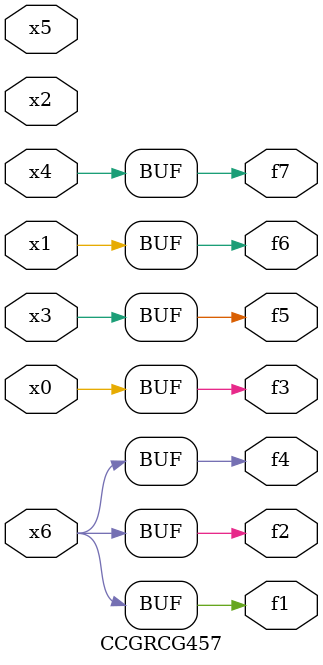
<source format=v>
module CCGRCG457(
	input x0, x1, x2, x3, x4, x5, x6,
	output f1, f2, f3, f4, f5, f6, f7
);
	assign f1 = x6;
	assign f2 = x6;
	assign f3 = x0;
	assign f4 = x6;
	assign f5 = x3;
	assign f6 = x1;
	assign f7 = x4;
endmodule

</source>
